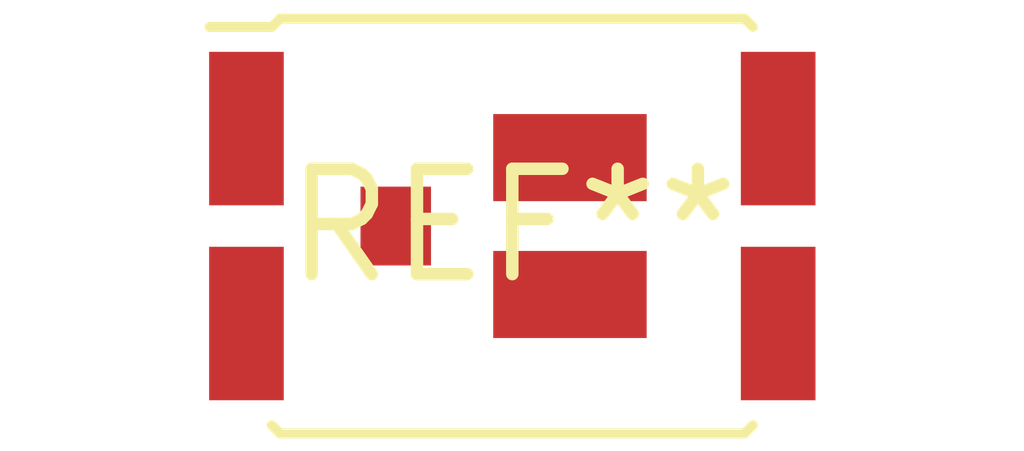
<source format=kicad_pcb>
(kicad_pcb (version 20240108) (generator pcbnew)
  (layers (0 "F.Cu" signal) (31 "B.Cu" signal) (34 "B.Paste" user) (35 "F.Paste" user) (36 "B.SilkS" user "B.Silkscreen") (37 "F.SilkS" user "F.Silkscreen") (38 "B.Mask" user) (39 "F.Mask" user) (44 "Edge.Cuts" user))
  (net 0 "")
  (footprint "DirectFET_MT" (layer "F.Cu") (at 0 0)
    (property "Reference" "REF**")
    (property "Value" "DirectFET_MT")
    (fp_line (start -3.65 -2.4) (end -2.9 -2.4) (layer "F.SilkS") (stroke (width 0.12)))
    (fp_line (start -2.9 -2.4) (end -2.8 -2.5) (layer "F.SilkS") (stroke (width 0.12)))
    (fp_line (start -2.8 -2.5) (end 2.8 -2.5) (layer "F.SilkS") (stroke (width 0.12)))
    (fp_line (start -2.8 2.5) (end -2.9 2.4) (layer "F.SilkS") (stroke (width 0.12)))
    (fp_line (start 2.8 -2.5) (end 2.9 -2.4) (layer "F.SilkS") (stroke (width 0.12)))
    (fp_line (start 2.8 2.5) (end -2.8 2.5) (layer "F.SilkS") (stroke (width 0.12)))
    (fp_line (start 2.9 2.4) (end 2.8 2.5) (layer "F.SilkS") (stroke (width 0.12)))
    (pad "1" smd rect (at -3.205 -1.175) (size 0.9 1.85) (layers "F.Cu" "F.Paste" "F.Mask"))
    (pad "1" smd rect (at -3.205 1.175) (size 0.9 1.85) (layers "F.Cu" "F.Paste" "F.Mask"))
    (pad "1" smd rect (at 3.205 -1.175) (size 0.9 1.85) (layers "F.Cu" "F.Paste" "F.Mask"))
    (pad "1" smd rect (at 3.205 1.175) (size 0.9 1.85) (layers "F.Cu" "F.Paste" "F.Mask"))
    (pad "2" smd rect (at -1.405 0) (size 0.85 0.95) (layers "F.Cu" "F.Paste" "F.Mask"))
    (pad "3" smd rect (at 0.695 -0.825) (size 1.85 1.05) (layers "F.Cu" "F.Paste" "F.Mask"))
    (pad "3" smd rect (at 0.695 0.825) (size 1.85 1.05) (layers "F.Cu" "F.Paste" "F.Mask"))
  )
)
</source>
